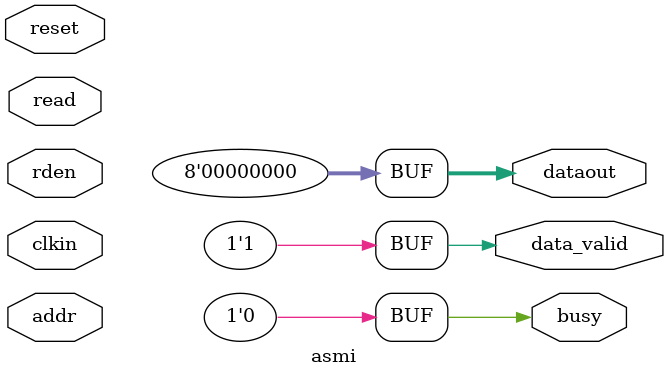
<source format=v>
module asmi (
	addr,
	clkin,
	rden,
	read,
	reset,
	busy,
	data_valid,
	dataout)/* synthesis synthesis_clearbox = 2 */;

	input	[23:0]  addr;
	input	  clkin;
	input	  rden;
	input	  read;
	input	  reset;
	output	  busy;
	output	  data_valid;
	output	[7:0]  dataout;

	assign busy = 0;
	assign data_valid = 1'b1;
	assign dataout = 0;

endmodule

</source>
